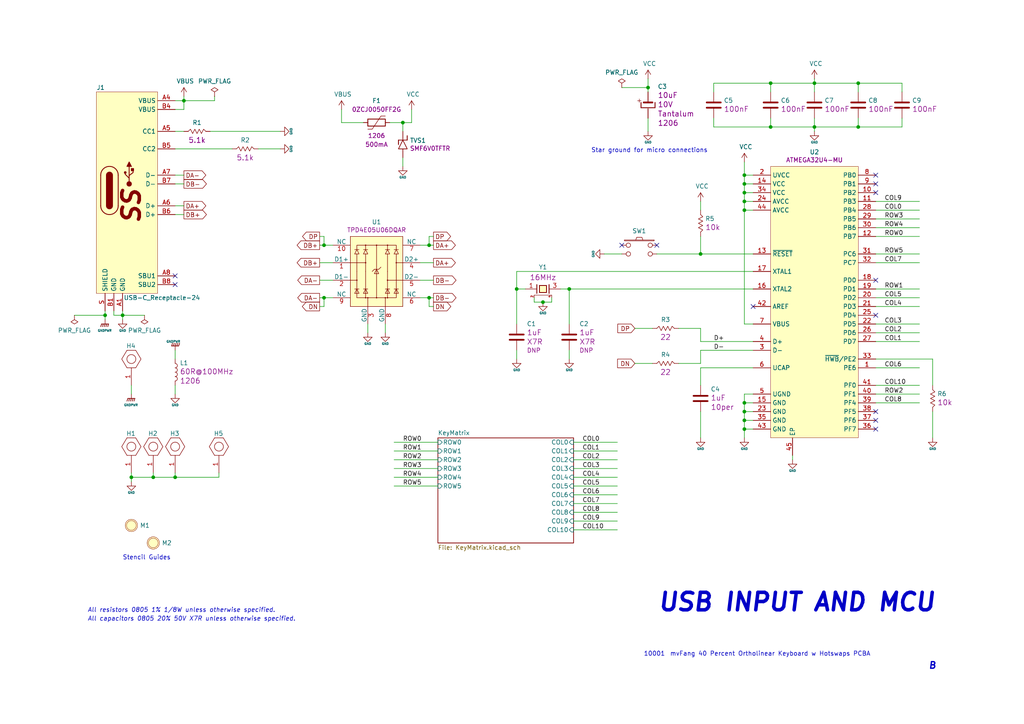
<source format=kicad_sch>
(kicad_sch (version 20211123) (generator eeschema)
  (paper "A4")
  (lib_symbols
    (symbol "master-vampire:C" (pin_numbers hide)
      (property "Reference" "C" (at 3.81 2.54 0))
      (property "Capacitance" "1uF" (at 6.35 0 0))
      (property "MV PN" "DNP" (at 6.35 -2.54 0))
      (symbol "C_1_1"
        (pin passive line (at 0 3.81 270) (length 2.794) (name "~") (number "1"))
        (pin passive line (at 0 -3.81 90) (length 2.794) (name "~") (number "2"))
      )
    )
    (symbol "master-vampire:M_StencilGuide"
      (property "Reference" "M" (at 0 3.175 0))
    )
    (symbol "master-vampire:USB-C_Receptacle-24"
      (property "Reference" "J" (at 7.62 -30.48 0))
      (property "Value" "USB-C_Receptacle-24" (at 0 30.48 0))
      (symbol "USB-C_Receptacle-24_0_0"
        (text "SS" (at 1.27 -3.81 900) (effects (font (size 5.08 5.08) bold italic)))
      )
      (symbol "USB-C_Receptacle-24_1_1"
        (pin power_in line (at -1.27 -34.29 90) (length 5.08) (name "GND") (number "A1"))
        (pin power_in line (at 13.97 26.67 180) (length 5.08) (name "VBUS") (number "A4"))
        (pin bidirectional line (at 13.97 17.78 180) (length 5.08) (name "CC1") (number "A5"))
        (pin bidirectional line (at 13.97 -3.81 180) (length 5.08) (name "D+") (number "A6"))
        (pin bidirectional line (at 13.97 5.08 180) (length 5.08) (name "D-") (number "A7"))
        (pin bidirectional line (at 13.97 -24.13 180) (length 5.08) (name "SBU1") (number "A8"))
        (pin power_in line (at -3.81 -34.29 90) (length 5.08) (name "GND") (number "B1"))
        (pin power_in line (at 13.97 24.13 180) (length 5.08) (name "VBUS") (number "B4"))
        (pin bidirectional line (at 13.97 12.7 180) (length 5.08) (name "CC2") (number "B5"))
        (pin bidirectional line (at 13.97 -6.35 180) (length 5.08) (name "D+") (number "B6"))
        (pin bidirectional line (at 13.97 2.54 180) (length 5.08) (name "D-") (number "B7"))
        (pin bidirectional line (at 13.97 -26.67 180) (length 5.08) (name "SBU2") (number "B8"))
        (pin bidirectional line (at -6.35 -34.29 90) (length 5.08) (name "SHIELD") (number "S"))
      )
    )
    (symbol "master-vampire_General:C" (pin_numbers hide)
      (property "Reference" "C" (at 3.81 2.54 0))
      (property "Capacitance" "1uF" (at 6.35 0 0))
      (symbol "C_1_1"
        (pin passive line (at 0 3.81 270) (length 2.794) (name "~") (number "1"))
        (pin passive line (at 0 -3.81 90) (length 2.794) (name "~") (number "2"))
      )
    )
    (symbol "master-vampire_General:CP_tantalum" (pin_numbers hide)
      (property "Reference" "C" (at 3.81 2.54 0))
      (property "Capacitance" "1uF" (at 6.35 0 0))
      (symbol "CP_tantalum_1_1"
        (pin passive line (at 0 3.81 270) (length 2.794) (name "~") (number "1"))
        (pin passive line (at 0 -3.81 90) (length 2.794) (name "~") (number "2"))
      )
    )
    (symbol "master-vampire_General:F" (pin_numbers hide) (pin_names (offset 0))
      (property "Reference" "F" (at 0 2.032 0))
      (property "MPN" "DNP" (at 0 0 90))
      (property "Hold Current" "500mA" (at 0 -3.175 0))
      (symbol "F_1_1"
        (pin passive line (at -3.81 0 0) (length 1.27) (name "~") (number "1"))
        (pin passive line (at 3.81 0 180) (length 1.27) (name "~") (number "2"))
      )
    )
    (symbol "master-vampire_General:H_MountingHole_Screw_withPin"
      (property "Reference" "H" (at 0.254 4.572 0))
      (property "Value" "master-vampire_General_H_MountingHole_Screw_withPin" (at -0.508 -5.08 0))
      (symbol "H_MountingHole_Screw_withPin_1_1"
        (pin input line (at -7.62 0 0) (length 5.08) (name "~") (number "1"))
      )
    )
    (symbol "master-vampire_General:L" (pin_numbers hide) (pin_names (offset 1.016) hide)
      (property "Reference" "L" (at 0 2.54 0))
      (property "Inductance" "1uH" (at -2.54 -2.54 0))
      (symbol "L_1_1"
        (pin passive line (at -3.81 0 0) (length 1.27) (name "1") (number "1"))
        (pin passive line (at 3.81 0 180) (length 1.27) (name "2") (number "2"))
      )
    )
    (symbol "master-vampire_General:R" (pin_numbers hide) (pin_names (offset 0))
      (property "Reference" "R" (at 0 2.54 0))
      (property "Resistance" "10k" (at 0 -2.54 0))
      (symbol "R_1_1"
        (pin passive line (at 3.81 0 180) (length 1.27) (name "~") (number "1"))
        (pin passive line (at -3.81 0 0) (length 1.27) (name "~") (number "2"))
      )
    )
    (symbol "master-vampire_General:SW_NO_4-Pin" (pin_numbers hide) (pin_names hide)
      (property "Reference" "SW" (at 3.81 2.794 0))
      (symbol "SW_NO_4-Pin_0_1"
        (pin bidirectional inverted (at -5.08 0 0) (length 2.54) (name "in") (number "1"))
        (pin bidirectional inverted (at -5.08 -2.54 0) (length 2.54) (name "in") (number "2"))
        (pin bidirectional inverted (at 5.08 0 180) (length 2.54) (name "out") (number "3"))
        (pin bidirectional inverted (at 5.08 -2.54 180) (length 2.54) (name "out") (number "4"))
      )
    )
    (symbol "master-vampire_General:TVS_Unidirectional" (pin_numbers hide) (pin_names hide)
      (property "Reference" "TVS" (at 0 3.81 0))
      (property "MPN" "DNP" (at 6.35 11.43 0))
      (symbol "TVS_Unidirectional_1_1"
        (pin passive line (at 3.81 0 180) (length 2.54) (name "A") (number "A"))
        (pin passive line (at -3.81 0 0) (length 2.54) (name "K") (number "K"))
      )
    )
    (symbol "master-vampire_General:U_ATmega32u4-MU"
      (property "Reference" "U" (at -11.43 41.91 0))
      (property "MPN" "ATMEGA32U4-MU" (at 3.81 -39.37 0))
      (symbol "U_ATmega32u4-MU_0_0"
        (pin bidirectional line (at 17.78 -22.86 180) (length 5.08) (name "PF0") (number "41"))
      )
      (symbol "U_ATmega32u4-MU_1_1"
        (pin bidirectional line (at 17.78 -17.78 180) (length 5.08) (name "PE6") (number "1"))
        (pin bidirectional line (at 17.78 33.02 180) (length 5.08) (name "PB2") (number "10"))
        (pin bidirectional line (at 17.78 30.48 180) (length 5.08) (name "PB3") (number "11"))
        (pin bidirectional line (at 17.78 20.32 180) (length 5.08) (name "PB7") (number "12"))
        (pin input line (at -17.78 15.24 0) (length 5.08) (name "~{RESET}") (number "13"))
        (pin power_in line (at -17.78 35.56 0) (length 5.08) (name "VCC") (number "14"))
        (pin power_in line (at -17.78 -27.94 0) (length 5.08) (name "GND") (number "15"))
        (pin bidirectional line (at -17.78 5.08 0) (length 5.08) (name "XTAL2") (number "16"))
        (pin bidirectional line (at -17.78 10.16 0) (length 5.08) (name "XTAL1") (number "17"))
        (pin bidirectional line (at 17.78 7.62 180) (length 5.08) (name "PD0") (number "18"))
        (pin bidirectional line (at 17.78 5.08 180) (length 5.08) (name "PD1") (number "19"))
        (pin power_in line (at -17.78 38.1 0) (length 5.08) (name "UVCC") (number "2"))
        (pin bidirectional line (at 17.78 2.54 180) (length 5.08) (name "PD2") (number "20"))
        (pin bidirectional line (at 17.78 0 180) (length 5.08) (name "PD3") (number "21"))
        (pin bidirectional line (at 17.78 -5.08 180) (length 5.08) (name "PD5") (number "22"))
        (pin power_in line (at -17.78 -30.48 0) (length 5.08) (name "GND") (number "23"))
        (pin power_in line (at -17.78 30.48 0) (length 5.08) (name "AVCC") (number "24"))
        (pin bidirectional line (at 17.78 -2.54 180) (length 5.08) (name "PD4") (number "25"))
        (pin bidirectional line (at 17.78 -7.62 180) (length 5.08) (name "PD6") (number "26"))
        (pin bidirectional line (at 17.78 -10.16 180) (length 5.08) (name "PD7") (number "27"))
        (pin bidirectional line (at 17.78 27.94 180) (length 5.08) (name "PB4") (number "28"))
        (pin bidirectional line (at 17.78 25.4 180) (length 5.08) (name "PB5") (number "29"))
        (pin bidirectional line (at -17.78 -12.7 0) (length 5.08) (name "D-") (number "3"))
        (pin bidirectional line (at 17.78 22.86 180) (length 5.08) (name "PB6") (number "30"))
        (pin bidirectional line (at 17.78 15.24 180) (length 5.08) (name "PC6") (number "31"))
        (pin bidirectional line (at 17.78 12.7 180) (length 5.08) (name "PC7") (number "32"))
        (pin bidirectional line (at 17.78 -15.24 180) (length 5.08) (name "~{HWB}/PE2") (number "33"))
        (pin power_in line (at -17.78 33.02 0) (length 5.08) (name "VCC") (number "34"))
        (pin power_in line (at -17.78 -33.02 0) (length 5.08) (name "GND") (number "35"))
        (pin bidirectional line (at 17.78 -35.56 180) (length 5.08) (name "PF7") (number "36"))
        (pin bidirectional line (at 17.78 -33.02 180) (length 5.08) (name "PF6") (number "37"))
        (pin bidirectional line (at 17.78 -30.48 180) (length 5.08) (name "PF5") (number "38"))
        (pin bidirectional line (at 17.78 -27.94 180) (length 5.08) (name "PF4") (number "39"))
        (pin bidirectional line (at -17.78 -10.16 0) (length 5.08) (name "D+") (number "4"))
        (pin bidirectional line (at 17.78 -25.4 180) (length 5.08) (name "PF1") (number "40"))
        (pin input line (at -17.78 0 0) (length 5.08) (name "AREF") (number "42"))
        (pin power_in line (at -17.78 -35.56 0) (length 5.08) (name "GND") (number "43"))
        (pin input line (at -17.78 27.94 0) (length 5.08) (name "AVCC") (number "44"))
        (pin power_in line (at -6.35 -43.18 90) (length 5.08) (name "EP") (number "45"))
        (pin power_in line (at -17.78 -25.4 0) (length 5.08) (name "UGND") (number "5"))
        (pin power_in line (at -17.78 -17.78 0) (length 5.08) (name "UCAP") (number "6"))
        (pin power_in line (at -17.78 -5.08 0) (length 5.08) (name "VBUS") (number "7"))
        (pin bidirectional line (at 17.78 38.1 180) (length 5.08) (name "PB0") (number "8"))
        (pin bidirectional line (at 17.78 35.56 180) (length 5.08) (name "PB1") (number "9"))
      )
    )
    (symbol "master-vampire_General:U_TPD4E05U06DQAR" (pin_names (offset 0))
      (property "Reference" "U" (at 0 13.97 0))
      (property "MPN" "TPD4E05U06DQAR" (at 0 11.43 0))
      (symbol "U_TPD4E05U06DQAR_1_1"
        (pin bidirectional line (at -12.7 2.54 0) (length 5.08) (name "D1+") (number "1"))
        (pin bidirectional line (at -12.7 7.62 0) (length 5.08) (name "NC") (number "10"))
        (pin bidirectional line (at -12.7 -2.54 0) (length 5.08) (name "D1-") (number "2"))
        (pin power_in line (at -2.54 -15.24 90) (length 5.08) (name "GND") (number "3"))
        (pin bidirectional line (at 12.7 2.54 180) (length 5.08) (name "D2+") (number "4"))
        (pin bidirectional line (at 12.7 -2.54 180) (length 5.08) (name "D2-") (number "5"))
        (pin bidirectional line (at 12.7 -7.62 180) (length 5.08) (name "NC") (number "6"))
        (pin bidirectional line (at 12.7 7.62 180) (length 5.08) (name "NC") (number "7"))
        (pin power_in line (at 2.54 -15.24 90) (length 5.08) (name "GND") (number "8"))
        (pin bidirectional line (at -12.7 -7.62 0) (length 5.08) (name "NC") (number "9"))
      )
    )
    (symbol "master-vampire_General:XTAL_4Lead" (pin_names hide)
      (property "Reference" "Y" (at 0.254 5.842 0))
      (property "Frequency" "32MHz" (at 0.508 3.048 0))
      (symbol "XTAL_4Lead_1_1"
        (pin bidirectional line (at -5.08 0 0) (length 3.302) (name "1") (number "1"))
        (pin power_in line (at -2.54 -2.54 90) (length 0.762) (name "case") (number "2"))
        (pin bidirectional line (at 5.08 0 180) (length 3.302) (name "3") (number "3"))
        (pin power_in line (at 2.54 -2.54 90) (length 0.762) (name "case") (number "4"))
      )
    )
    (symbol "power:GND" (power) (pin_names (offset 0))
      (property "Value" "GND" (at 0 -3.81 0))
      (symbol "GND_1_1"
        (pin power_in line (at 0 0 270) (length 0) hide (name "GND") (number "1"))
      )
    )
    (symbol "power:GNDPWR" (power) (pin_names (offset 0))
      (property "Value" "GNDPWR" (at 0 -3.302 0))
      (symbol "GNDPWR_1_1"
        (pin power_in line (at 0 0 270) (length 0) hide (name "GNDPWR") (number "1"))
      )
    )
    (symbol "power:PWR_FLAG" (power) (pin_numbers hide) (pin_names (offset 0) hide)
      (property "Value" "PWR_FLAG" (at 0 3.81 0))
      (symbol "PWR_FLAG_0_0"
        (pin power_out line (at 0 0 90) (length 0) (name "pwr") (number "1"))
      )
    )
    (symbol "power:VBUS" (power) (pin_names (offset 0))
      (property "Value" "VBUS" (at 0 3.81 0))
      (symbol "VBUS_1_1"
        (pin power_in line (at 0 0 90) (length 0) hide (name "VBUS") (number "1"))
      )
    )
    (symbol "power:VCC" (power) (pin_names (offset 0))
      (property "Value" "VCC" (at 0 3.81 0))
      (symbol "VCC_1_1"
        (pin power_in line (at 0 0 90) (length 0) hide (name "VCC") (number "1"))
      )
    )
  )
  (junction (at 187.96 25.4))
  (junction (at 165.1 83.82))
  (junction (at 248.92 24.13))
  (junction (at 30.48 91.44))
  (junction (at 93.98 86.36))
  (junction (at 35.56 91.44))
  (junction (at 38.1 138.43))
  (junction (at 157.48 87.63))
  (junction (at 215.9 124.46))
  (junction (at 215.9 53.34))
  (junction (at 236.22 24.13))
  (junction (at 53.34 29.21))
  (junction (at 124.46 86.36))
  (junction (at 215.9 60.96))
  (junction (at 248.92 36.83))
  (junction (at 124.46 71.12))
  (junction (at 215.9 119.38))
  (junction (at 44.45 138.43))
  (junction (at 149.86 83.82))
  (junction (at 116.84 35.56))
  (junction (at 93.98 71.12))
  (junction (at 50.8 138.43))
  (junction (at 215.9 116.84))
  (junction (at 215.9 58.42))
  (junction (at 223.52 36.83))
  (junction (at 215.9 50.8))
  (junction (at 215.9 55.88))
  (junction (at 236.22 36.83))
  (junction (at 223.52 24.13))
  (junction (at 203.2 73.66))
  (junction (at 215.9 121.92))
  (no_connect (at 254 91.44))
  (no_connect (at 218.44 88.9))
  (no_connect (at 254 119.38))
  (no_connect (at 190.5 71.12))
  (no_connect (at 254 124.46))
  (no_connect (at 50.8 82.55))
  (no_connect (at 254 81.28))
  (no_connect (at 254 55.88))
  (no_connect (at 254 53.34))
  (no_connect (at 180.34 71.12))
  (no_connect (at 50.8 80.01))
  (no_connect (at 254 50.8))
  (no_connect (at 254 121.92))
  (wire (pts (xy 30.48 91.44) (xy 30.48 90.17)))
  (wire (pts (xy 179.07 133.35) (xy 166.37 133.35)))
  (wire (pts (xy 149.86 104.14) (xy 149.86 101.6)))
  (wire (pts (xy 218.44 58.42) (xy 215.9 58.42)))
  (wire (pts (xy 166.37 130.81) (xy 179.07 130.81)))
  (wire (pts (xy 218.44 119.38) (xy 215.9 119.38)))
  (wire (pts (xy 50.8 138.43) (xy 63.5 138.43)))
  (wire (pts (xy 93.98 86.36) (xy 92.71 86.36)))
  (wire (pts (xy 35.56 90.17) (xy 35.56 91.44)))
  (wire (pts (xy 254 76.2) (xy 266.7 76.2)))
  (wire (pts (xy 92.71 68.58) (xy 93.98 68.58)))
  (wire (pts (xy 116.84 35.56) (xy 113.03 35.56)))
  (wire (pts (xy 93.98 68.58) (xy 93.98 71.12)))
  (wire (pts (xy 116.84 48.26) (xy 116.84 45.72)))
  (wire (pts (xy 266.7 68.58) (xy 254 68.58)))
  (wire (pts (xy 215.9 124.46) (xy 215.9 127)))
  (wire (pts (xy 223.52 34.29) (xy 223.52 36.83)))
  (wire (pts (xy 114.3 130.81) (xy 127 130.81)))
  (wire (pts (xy 218.44 124.46) (xy 215.9 124.46)))
  (wire (pts (xy 187.96 26.67) (xy 187.96 25.4)))
  (wire (pts (xy 125.73 81.28) (xy 121.92 81.28)))
  (wire (pts (xy 165.1 104.14) (xy 165.1 101.6)))
  (wire (pts (xy 236.22 24.13) (xy 236.22 22.86)))
  (wire (pts (xy 21.59 91.44) (xy 30.48 91.44)))
  (wire (pts (xy 149.86 78.74) (xy 218.44 78.74)))
  (wire (pts (xy 127 133.35) (xy 114.3 133.35)))
  (wire (pts (xy 218.44 53.34) (xy 215.9 53.34)))
  (wire (pts (xy 93.98 88.9) (xy 93.98 86.36)))
  (wire (pts (xy 96.52 86.36) (xy 93.98 86.36)))
  (wire (pts (xy 38.1 137.16) (xy 38.1 138.43)))
  (wire (pts (xy 215.9 60.96) (xy 215.9 58.42)))
  (wire (pts (xy 106.68 96.52) (xy 106.68 93.98)))
  (wire (pts (xy 203.2 73.66) (xy 203.2 68.58)))
  (wire (pts (xy 53.34 38.1) (xy 50.8 38.1)))
  (wire (pts (xy 50.8 137.16) (xy 50.8 138.43)))
  (wire (pts (xy 215.9 119.38) (xy 215.9 121.92)))
  (wire (pts (xy 165.1 83.82) (xy 218.44 83.82)))
  (wire (pts (xy 149.86 78.74) (xy 149.86 83.82)))
  (wire (pts (xy 218.44 116.84) (xy 215.9 116.84)))
  (wire (pts (xy 154.94 87.63) (xy 157.48 87.63)))
  (wire (pts (xy 33.02 90.17) (xy 33.02 91.44)))
  (wire (pts (xy 124.46 88.9) (xy 124.46 86.36)))
  (wire (pts (xy 215.9 116.84) (xy 215.9 119.38)))
  (wire (pts (xy 166.37 135.89) (xy 179.07 135.89)))
  (wire (pts (xy 74.93 43.18) (xy 81.28 43.18)))
  (wire (pts (xy 160.02 86.36) (xy 160.02 87.63)))
  (wire (pts (xy 236.22 34.29) (xy 236.22 36.83)))
  (wire (pts (xy 162.56 83.82) (xy 165.1 83.82)))
  (wire (pts (xy 254 73.66) (xy 266.7 73.66)))
  (wire (pts (xy 207.01 26.67) (xy 207.01 24.13)))
  (wire (pts (xy 266.7 116.84) (xy 254 116.84)))
  (wire (pts (xy 218.44 106.68) (xy 203.2 106.68)))
  (wire (pts (xy 116.84 38.1) (xy 116.84 35.56)))
  (wire (pts (xy 266.7 114.3) (xy 254 114.3)))
  (wire (pts (xy 50.8 138.43) (xy 44.45 138.43)))
  (wire (pts (xy 121.92 86.36) (xy 124.46 86.36)))
  (wire (pts (xy 261.62 26.67) (xy 261.62 24.13)))
  (wire (pts (xy 218.44 73.66) (xy 203.2 73.66)))
  (wire (pts (xy 266.7 93.98) (xy 254 93.98)))
  (wire (pts (xy 203.2 99.06) (xy 203.2 95.25)))
  (wire (pts (xy 254 86.36) (xy 266.7 86.36)))
  (wire (pts (xy 203.2 95.25) (xy 196.85 95.25)))
  (wire (pts (xy 35.56 91.44) (xy 35.56 92.71)))
  (wire (pts (xy 266.7 88.9) (xy 254 88.9)))
  (wire (pts (xy 254 58.42) (xy 266.7 58.42)))
  (wire (pts (xy 92.71 88.9) (xy 93.98 88.9)))
  (wire (pts (xy 254 60.96) (xy 266.7 60.96)))
  (wire (pts (xy 93.98 71.12) (xy 96.52 71.12)))
  (wire (pts (xy 119.38 31.75) (xy 119.38 35.56)))
  (wire (pts (xy 44.45 137.16) (xy 44.45 138.43)))
  (wire (pts (xy 50.8 104.14) (xy 50.8 101.6)))
  (wire (pts (xy 215.9 114.3) (xy 215.9 116.84)))
  (wire (pts (xy 203.2 127) (xy 203.2 119.38)))
  (wire (pts (xy 111.76 93.98) (xy 111.76 96.52)))
  (wire (pts (xy 215.9 53.34) (xy 215.9 50.8)))
  (wire (pts (xy 124.46 68.58) (xy 124.46 71.12)))
  (wire (pts (xy 190.5 73.66) (xy 203.2 73.66)))
  (wire (pts (xy 229.87 133.35) (xy 229.87 132.08)))
  (wire (pts (xy 50.8 31.75) (xy 53.34 31.75)))
  (wire (pts (xy 127 138.43) (xy 114.3 138.43)))
  (wire (pts (xy 218.44 121.92) (xy 215.9 121.92)))
  (wire (pts (xy 44.45 138.43) (xy 38.1 138.43)))
  (wire (pts (xy 180.34 25.4) (xy 187.96 25.4)))
  (wire (pts (xy 207.01 24.13) (xy 223.52 24.13)))
  (wire (pts (xy 99.06 35.56) (xy 105.41 35.56)))
  (wire (pts (xy 248.92 26.67) (xy 248.92 24.13)))
  (wire (pts (xy 254 104.14) (xy 270.51 104.14)))
  (wire (pts (xy 218.44 60.96) (xy 215.9 60.96)))
  (wire (pts (xy 38.1 114.3) (xy 38.1 111.76)))
  (wire (pts (xy 215.9 60.96) (xy 215.9 93.98)))
  (wire (pts (xy 165.1 83.82) (xy 165.1 93.98)))
  (wire (pts (xy 149.86 83.82) (xy 149.86 93.98)))
  (wire (pts (xy 179.07 128.27) (xy 166.37 128.27)))
  (wire (pts (xy 203.2 58.42) (xy 203.2 60.96)))
  (wire (pts (xy 203.2 105.41) (xy 196.85 105.41)))
  (wire (pts (xy 180.34 73.66) (xy 175.26 73.66)))
  (wire (pts (xy 223.52 24.13) (xy 236.22 24.13)))
  (wire (pts (xy 261.62 34.29) (xy 261.62 36.83)))
  (wire (pts (xy 124.46 86.36) (xy 125.73 86.36)))
  (wire (pts (xy 270.51 119.38) (xy 270.51 127)))
  (wire (pts (xy 50.8 53.34) (xy 53.34 53.34)))
  (wire (pts (xy 266.7 111.76) (xy 254 111.76)))
  (wire (pts (xy 218.44 114.3) (xy 215.9 114.3)))
  (wire (pts (xy 50.8 50.8) (xy 53.34 50.8)))
  (wire (pts (xy 236.22 26.67) (xy 236.22 24.13)))
  (wire (pts (xy 50.8 111.76) (xy 50.8 114.3)))
  (wire (pts (xy 218.44 99.06) (xy 203.2 99.06)))
  (wire (pts (xy 121.92 76.2) (xy 125.73 76.2)))
  (wire (pts (xy 207.01 34.29) (xy 207.01 36.83)))
  (wire (pts (xy 254 99.06) (xy 266.7 99.06)))
  (wire (pts (xy 223.52 26.67) (xy 223.52 24.13)))
  (wire (pts (xy 96.52 76.2) (xy 92.71 76.2)))
  (wire (pts (xy 236.22 36.83) (xy 236.22 38.1)))
  (wire (pts (xy 187.96 38.1) (xy 187.96 34.29)))
  (wire (pts (xy 215.9 58.42) (xy 215.9 55.88)))
  (wire (pts (xy 92.71 71.12) (xy 93.98 71.12)))
  (wire (pts (xy 124.46 71.12) (xy 121.92 71.12)))
  (wire (pts (xy 160.02 87.63) (xy 157.48 87.63)))
  (wire (pts (xy 119.38 35.56) (xy 116.84 35.56)))
  (wire (pts (xy 63.5 137.16) (xy 63.5 138.43)))
  (wire (pts (xy 203.2 106.68) (xy 203.2 111.76)))
  (wire (pts (xy 248.92 36.83) (xy 236.22 36.83)))
  (wire (pts (xy 114.3 140.97) (xy 127 140.97)))
  (wire (pts (xy 166.37 146.05) (xy 179.07 146.05)))
  (wire (pts (xy 125.73 88.9) (xy 124.46 88.9)))
  (wire (pts (xy 254 96.52) (xy 266.7 96.52)))
  (wire (pts (xy 152.4 83.82) (xy 149.86 83.82)))
  (wire (pts (xy 125.73 71.12) (xy 124.46 71.12)))
  (wire (pts (xy 187.96 25.4) (xy 187.96 22.86)))
  (wire (pts (xy 215.9 55.88) (xy 215.9 53.34)))
  (wire (pts (xy 30.48 92.71) (xy 30.48 91.44)))
  (wire (pts (xy 53.34 62.23) (xy 50.8 62.23)))
  (wire (pts (xy 62.23 27.94) (xy 62.23 29.21)))
  (wire (pts (xy 261.62 24.13) (xy 248.92 24.13)))
  (wire (pts (xy 203.2 101.6) (xy 203.2 105.41)))
  (wire (pts (xy 114.3 135.89) (xy 127 135.89)))
  (wire (pts (xy 266.7 63.5) (xy 254 63.5)))
  (wire (pts (xy 99.06 31.75) (xy 99.06 35.56)))
  (wire (pts (xy 92.71 81.28) (xy 96.52 81.28)))
  (wire (pts (xy 179.07 148.59) (xy 166.37 148.59)))
  (wire (pts (xy 38.1 138.43) (xy 38.1 139.7)))
  (wire (pts (xy 215.9 93.98) (xy 218.44 93.98)))
  (wire (pts (xy 50.8 43.18) (xy 67.31 43.18)))
  (wire (pts (xy 248.92 34.29) (xy 248.92 36.83)))
  (wire (pts (xy 266.7 106.68) (xy 254 106.68)))
  (wire (pts (xy 50.8 59.69) (xy 53.34 59.69)))
  (wire (pts (xy 125.73 68.58) (xy 124.46 68.58)))
  (wire (pts (xy 60.96 38.1) (xy 81.28 38.1)))
  (wire (pts (xy 270.51 104.14) (xy 270.51 111.76)))
  (wire (pts (xy 248.92 24.13) (xy 236.22 24.13)))
  (wire (pts (xy 33.02 91.44) (xy 35.56 91.44)))
  (wire (pts (xy 53.34 29.21) (xy 53.34 27.94)))
  (wire (pts (xy 114.3 128.27) (xy 127 128.27)))
  (wire (pts (xy 41.91 91.44) (xy 35.56 91.44)))
  (wire (pts (xy 179.07 151.13) (xy 166.37 151.13)))
  (wire (pts (xy 179.07 143.51) (xy 166.37 143.51)))
  (wire (pts (xy 179.07 138.43) (xy 166.37 138.43)))
  (wire (pts (xy 261.62 36.83) (xy 248.92 36.83)))
  (wire (pts (xy 207.01 36.83) (xy 223.52 36.83)))
  (wire (pts (xy 218.44 55.88) (xy 215.9 55.88)))
  (wire (pts (xy 189.23 105.41) (xy 184.15 105.41)))
  (wire (pts (xy 50.8 29.21) (xy 53.34 29.21)))
  (wire (pts (xy 254 66.04) (xy 266.7 66.04)))
  (wire (pts (xy 223.52 36.83) (xy 236.22 36.83)))
  (wire (pts (xy 53.34 31.75) (xy 53.34 29.21)))
  (wire (pts (xy 184.15 95.25) (xy 189.23 95.25)))
  (wire (pts (xy 266.7 83.82) (xy 254 83.82)))
  (wire (pts (xy 179.07 153.67) (xy 166.37 153.67)))
  (wire (pts (xy 154.94 86.36) (xy 154.94 87.63)))
  (wire (pts (xy 215.9 121.92) (xy 215.9 124.46)))
  (wire (pts (xy 166.37 140.97) (xy 179.07 140.97)))
  (wire (pts (xy 215.9 46.99) (xy 215.9 50.8)))
  (wire (pts (xy 215.9 50.8) (xy 218.44 50.8)))
  (wire (pts (xy 62.23 29.21) (xy 53.34 29.21)))
  (wire (pts (xy 203.2 101.6) (xy 218.44 101.6)))
  (text "10001" (at 186.69 190.5 0) (effects (font (size 1.27 1.27)) (justify left bottom)))
  (text "All resistors 0805 1% 1/8W unless otherwise specified." (at 25.4 177.8 0) (effects (font (size 1.27 1.27) italic) (justify left bottom)))
  (text "All capacitors 0805 20% 50V X7R unless otherwise specified." (at 25.4 180.34 0) (effects (font (size 1.27 1.27) italic) (justify left bottom)))
  (text "USB INPUT AND MCU" (at 190.5 177.8 0) (effects (font (size 5.08 5.08) (thickness 1.016) bold italic) (justify left bottom)))
  (text "B" (at 269.24 194.31 0) (effects (font (size 1.905 1.905) (thickness 0.381) bold italic) (justify left bottom)))
  (text "mvFang 40 Percent Ortholinear Keyboard w Hotswaps PCBA" (at 194.31 190.5 0) (effects (font (size 1.27 1.27)) (justify left bottom)))
  (text "Star ground for micro connections" (at 171.45 44.45 0) (effects (font (size 1.27 1.27)) (justify left bottom)))
  (text "Stencil Guides" (at 35.56 162.56 0) (effects (font (size 1.27 1.27)) (justify left bottom)))
  (label "COL10" (at 168.91 153.67 0))
  (label "ROW4" (at 116.84 138.43 0))
  (label "ROW0" (at 256.54 68.58 0))
  (label "COL8" (at 168.91 148.59 0))
  (label "ROW2" (at 256.54 114.3 0))
  (label "ROW5" (at 116.84 140.97 0))
  (label "ROW1" (at 256.54 83.82 0))
  (label "COL5" (at 168.91 140.97 0))
  (label "ROW1" (at 116.84 130.81 0))
  (label "COL1" (at 168.91 130.81 0))
  (label "ROW2" (at 116.84 133.35 0))
  (label "COL1" (at 256.54 99.06 0))
  (label "ROW3" (at 116.84 135.89 0))
  (label "COL6" (at 168.91 143.51 0))
  (label "ROW5" (at 256.54 73.66 0))
  (label "D-" (at 207.01 101.6 0))
  (label "COL3" (at 256.54 93.98 0))
  (label "COL3" (at 168.91 135.89 0))
  (label "COL8" (at 256.54 116.84 0))
  (label "COL7" (at 256.54 76.2 0))
  (label "COL0" (at 256.54 60.96 0))
  (label "COL7" (at 168.91 146.05 0))
  (label "COL9" (at 168.91 151.13 0))
  (label "COL4" (at 256.54 88.9 0))
  (label "COL4" (at 168.91 138.43 0))
  (label "COL0" (at 168.91 128.27 0))
  (label "COL9" (at 256.54 58.42 0))
  (label "COL2" (at 256.54 96.52 0))
  (label "ROW4" (at 256.54 66.04 0))
  (label "ROW0" (at 116.84 128.27 0))
  (label "COL10" (at 256.54 111.76 0))
  (label "ROW3" (at 256.54 63.5 0))
  (label "COL6" (at 256.54 106.68 0))
  (label "COL2" (at 168.91 133.35 0))
  (label "COL5" (at 256.54 86.36 0))
  (label "D+" (at 207.01 99.06 0))
  (global_label "DP" (shape output) (at 125.73 68.58 0) (property "Intersheet References" "${INTERSHEET_REFS}" (effects hide)))
  (global_label "DA+" (shape output) (at 53.34 59.69 0) (property "Intersheet References" "${INTERSHEET_REFS}" (effects hide)))
  (global_label "DP" (shape output) (at 92.71 68.58 180) (property "Intersheet References" "${INTERSHEET_REFS}" (effects hide)))
  (global_label "DB-" (shape output) (at 53.34 53.34 0) (property "Intersheet References" "${INTERSHEET_REFS}" (effects hide)))
  (global_label "DA-" (shape output) (at 53.34 50.8 0) (property "Intersheet References" "${INTERSHEET_REFS}" (effects hide)))
  (global_label "DB-" (shape output) (at 125.73 81.28 0) (property "Intersheet References" "${INTERSHEET_REFS}" (effects hide)))
  (global_label "DN" (shape output) (at 125.73 88.9 0) (property "Intersheet References" "${INTERSHEET_REFS}" (effects hide)))
  (global_label "DA-" (shape output) (at 92.71 86.36 180) (property "Intersheet References" "${INTERSHEET_REFS}" (effects hide)))
  (global_label "DB+" (shape output) (at 92.71 76.2 180) (property "Intersheet References" "${INTERSHEET_REFS}" (effects hide)))
  (global_label "DB-" (shape output) (at 125.73 86.36 0) (property "Intersheet References" "${INTERSHEET_REFS}" (effects hide)))
  (global_label "DN" (shape input) (at 184.15 105.41 180) (property "Intersheet References" "${INTERSHEET_REFS}" (effects hide)))
  (global_label "DN" (shape output) (at 92.71 88.9 180) (property "Intersheet References" "${INTERSHEET_REFS}" (effects hide)))
  (global_label "DA-" (shape output) (at 92.71 81.28 180) (property "Intersheet References" "${INTERSHEET_REFS}" (effects hide)))
  (global_label "DA+" (shape output) (at 125.73 76.2 0) (property "Intersheet References" "${INTERSHEET_REFS}" (effects hide)))
  (global_label "DP" (shape input) (at 184.15 95.25 180) (property "Intersheet References" "${INTERSHEET_REFS}" (effects hide)))
  (global_label "DB+" (shape output) (at 92.71 71.12 180) (property "Intersheet References" "${INTERSHEET_REFS}" (effects hide)))
  (global_label "DB+" (shape output) (at 53.34 62.23 0) (property "Intersheet References" "${INTERSHEET_REFS}" (effects hide)))
  (global_label "DA+" (shape output) (at 125.73 71.12 0) (property "Intersheet References" "${INTERSHEET_REFS}" (effects hide)))
  (symbol (lib_id "master-vampire:USB-C_Receptacle-24") (at 36.83 55.88 0) (unit 1)
    (property "Reference" "J1" (at 29.21 25.4 0))
    (property "Value" "USB-C_Receptacle-24" (at 46.99 86.36 0))
    (property "Footprint" "ortho-40percent:USB-C_Amphenol_12401598E4" (effects hide))
    (property "Manufacturer" "DNP" (effects hide))
    (property "MPN" "DNP" (effects hide))
    (property "Supplier" "DNP" (effects hide))
    (property "Supplier PN" "DNP" (effects hide))
    (property "Package" "DNP" (effects hide))
    (property "MV PN" "20006-A" (effects hide))
  )
  (symbol (lib_id "master-vampire_General:R") (at 57.15 38.1 0) (unit 1)
    (property "Reference" "R1" (at 57.15 35.56 0))
    (property "Value" "R" (effects hide))
    (property "Footprint" "ortho-40percent:R_0805" (effects hide))
    (property "Resistance" "5.1k" (at 57.15 40.64 0) (effects (font (size 1.524 1.524))))
    (property "Power" "1/8W" (effects hide))
    (property "Package" "0805" (effects hide))
    (property "Tolerance" "1per" (effects hide))
    (property "MPN" "ERJ-6ENF5101V" (effects hide))
    (property "Manufacturer" "Panasonic Electronic Components" (effects hide))
    (property "Supplier" "DigiKey" (effects hide))
    (property "Supplier PN" "P5.10KCCT-ND" (effects hide))
    (property "MV PN" "20008-A" (effects hide))
  )
  (symbol (lib_id "master-vampire_General:R") (at 71.12 43.18 0) (unit 1)
    (property "Reference" "R2" (at 71.12 40.64 0))
    (property "Value" "R" (effects hide))
    (property "Footprint" "ortho-40percent:R_0805" (effects hide))
    (property "Resistance" "5.1k" (at 71.12 45.72 0) (effects (font (size 1.524 1.524))))
    (property "Power" "1/8W" (effects hide))
    (property "Package" "0805" (effects hide))
    (property "Tolerance" "1per" (effects hide))
    (property "MPN" "ERJ-6ENF5101V" (effects hide))
    (property "Manufacturer" "Panasonic Electronic Components" (effects hide))
    (property "Supplier" "DigiKey" (effects hide))
    (property "Supplier PN" "P5.10KCCT-ND" (effects hide))
    (property "MV PN" "20008-A" (effects hide))
  )
  (symbol (lib_id "power:VBUS") (at 53.34 27.94 0) (unit 1)
    (property "Reference" "#PWR05" (effects hide))
    (property "Value" "VBUS" (at 53.721 23.5458 0))
  )
  (symbol (lib_id "power:GNDPWR") (at 50.8 101.6 180) (unit 1)
    (property "Reference" "#PWR01" (effects hide))
    (property "Value" "GNDPWR" (at 48.26 99.06 0) (effects (font (size 0.635 0.635)) (justify right)))
  )
  (symbol (lib_id "power:GND") (at 50.8 114.3 0) (unit 1)
    (property "Reference" "#PWR02" (effects hide))
    (property "Value" "GND" (at 50.8 117.475 0) (effects (font (size 0.635 0.635))))
  )
  (symbol (lib_id "master-vampire_General:L") (at 50.8 107.95 270) (unit 1)
    (property "Reference" "L1" (at 52.1462 105.2576 90) (effects (justify left)))
    (property "Value" "L" (effects hide))
    (property "Footprint" "ortho-40percent:L_1206" (effects hide))
    (property "Inductance" "60R@100MHz" (at 52.1462 107.7722 90) (effects (font (size 1.524 1.524)) (justify left)))
    (property "Package" "1206" (at 52.1462 110.4646 90) (effects (font (size 1.524 1.524)) (justify left)))
    (property "Current Rating" "4A" (effects hide))
    (property "DC Resistance" "10mOhm" (effects hide))
    (property "Tolerance" "20per" (effects hide))
    (property "MPN" "FBMJ3216HM600-T" (effects hide))
    (property "Manufacturer" "Taiyo Yuden" (effects hide))
    (property "Supplier" "DigiKey" (effects hide))
    (property "Supplier PN" "587-1770-1-ND" (effects hide))
    (property "MV PN" "20007-A" (effects hide))
  )
  (symbol (lib_id "power:PWR_FLAG") (at 62.23 27.94 0) (unit 1)
    (property "Reference" "#FLG01" (effects hide))
    (property "Value" "PWR_FLAG" (at 62.23 23.5458 0))
  )
  (symbol (lib_id "master-vampire_General:U_TPD4E05U06DQAR") (at 109.22 78.74 0) (unit 1)
    (property "Reference" "U1" (at 109.22 64.389 0))
    (property "Value" "U_TPD4E05U06DQAR" (effects hide))
    (property "Footprint" "ortho-40percent:UFDFN-10" (effects hide))
    (property "Manufacturer" "Texas Instruments" (effects hide))
    (property "MPN" "TPD4E05U06DQAR" (at 109.22 66.7004 0))
    (property "Supplier" "DNP" (effects hide))
    (property "Supplier PN" "DNP" (effects hide))
    (property "Package" "UFDFN-10" (effects hide))
    (property "MV PN" "20013-A" (effects hide))
  )
  (symbol (lib_id "master-vampire_General:F") (at 109.22 35.56 0) (unit 1)
    (property "Reference" "F1" (at 109.22 29.21 0))
    (property "Value" "F" (effects hide))
    (property "Footprint" "ortho-40percent:F_1206" (effects hide))
    (property "Manufacturer" "Bel Fuse Inc." (effects hide))
    (property "MPN" "0ZCJ0050FF2G" (at 109.22 31.75 0))
    (property "Supplier" "DigiKey" (effects hide))
    (property "Supplier PN" "507-1802-1-ND" (effects hide))
    (property "Package" "1206" (at 109.22 39.37 0))
    (property "Hold Current" "500mA" (at 109.22 41.91 0))
    (property "MV PN" "20005-A" (effects hide))
  )
  (symbol (lib_id "power:GND") (at 215.9 127 0) (unit 1)
    (property "Reference" "#PWR021" (effects hide))
    (property "Value" "GND" (at 215.9 130.175 0) (effects (font (size 0.635 0.635))))
  )
  (symbol (lib_id "power:VCC") (at 203.2 58.42 0) (unit 1)
    (property "Reference" "#PWR019" (effects hide))
    (property "Value" "VCC" (at 203.6318 54.0258 0))
  )
  (symbol (lib_id "master-vampire_General:C") (at 203.2 115.57 0) (unit 1)
    (property "Reference" "C4" (at 206.121 112.8776 0) (effects (justify left)))
    (property "Value" "C" (effects hide))
    (property "Footprint" "ortho-40percent:C_0805" (effects hide))
    (property "Capacitance" "1uF" (at 206.121 115.3922 0) (effects (font (size 1.524 1.524)) (justify left)))
    (property "Voltage Rating" "50V" (effects hide))
    (property "TempCo" "X7R" (effects hide))
    (property "Tolerance" "10per" (at 206.121 118.0846 0) (effects (font (size 1.524 1.524)) (justify left)))
    (property "Package" "0805" (effects hide))
    (property "MPN" "CL21B105KBFNNNG" (effects hide))
    (property "Manufacturer" "Samsung Electro-Mechanics" (effects hide))
    (property "Supplier" "DigiKey" (effects hide))
    (property "Supplier PN" "1276-6470-1-ND" (effects hide))
    (property "MV PN" "20002-A" (effects hide))
  )
  (symbol (lib_id "master-vampire_General:R") (at 193.04 105.41 0) (unit 1)
    (property "Reference" "R4" (at 193.04 102.87 0))
    (property "Value" "R" (effects hide))
    (property "Footprint" "ortho-40percent:R_0805" (effects hide))
    (property "Resistance" "22" (at 193.04 107.95 0) (effects (font (size 1.524 1.524))))
    (property "Power" "1/8W" (effects hide))
    (property "Package" "0805" (effects hide))
    (property "Tolerance" "1per" (effects hide))
    (property "MPN" "RC0805FR-0722RL" (effects hide))
    (property "Manufacturer" "Yageo" (effects hide))
    (property "Supplier" "Digikey" (effects hide))
    (property "Supplier PN" "311-22.0CRCT-ND" (effects hide))
    (property "MV PN" "20009-A" (effects hide))
  )
  (symbol (lib_id "master-vampire_General:SW_NO_4-Pin") (at 185.42 71.12 0) (unit 1)
    (property "Reference" "SW1" (at 185.42 66.9798 0))
    (property "Value" "SW_NO_4-Pin" (effects hide))
    (property "Footprint" "ortho-40percent:SW_C+K_4-SMD-Gullwing_5.2x5.2mm_H1.6mm" (effects hide))
    (property "Supplier" "DigiKey" (effects hide))
    (property "Supplier PN" "CKN10361CT-ND" (effects hide))
    (property "MPN" "RS-187R05A2-DS MT RT" (effects hide))
    (property "Manufacturer" "C&K" (effects hide))
    (property "Package" "Surface Mount" (effects hide))
    (property "MV PN" "20011-A" (effects hide))
  )
  (symbol (lib_id "power:VBUS") (at 99.06 31.75 0) (unit 1)
    (property "Reference" "#PWR08" (effects hide))
    (property "Value" "VBUS" (at 99.441 27.3558 0))
  )
  (symbol (lib_id "power:VCC") (at 119.38 31.75 0) (unit 1)
    (property "Reference" "#PWR012" (effects hide))
    (property "Value" "VCC" (at 119.8118 27.3558 0))
  )
  (symbol (lib_id "power:GND") (at 157.48 87.63 0) (unit 1)
    (property "Reference" "#PWR014" (effects hide))
    (property "Value" "GND" (at 157.48 90.805 0) (effects (font (size 0.635 0.635))))
  )
  (symbol (lib_id "master-vampire_General:R") (at 193.04 95.25 0) (unit 1)
    (property "Reference" "R3" (at 193.04 92.71 0))
    (property "Value" "R" (effects hide))
    (property "Footprint" "ortho-40percent:R_0805" (effects hide))
    (property "Resistance" "22" (at 193.04 97.79 0) (effects (font (size 1.524 1.524))))
    (property "Power" "1/8W" (effects hide))
    (property "Package" "0805" (effects hide))
    (property "Tolerance" "1per" (effects hide))
    (property "MPN" "RC0805FR-0722RL" (effects hide))
    (property "Manufacturer" "Yageo" (effects hide))
    (property "Supplier" "Digikey" (effects hide))
    (property "Supplier PN" "311-22.0CRCT-ND" (effects hide))
    (property "MV PN" "20009-A" (effects hide))
  )
  (symbol (lib_id "power:GND") (at 149.86 104.14 0) (unit 1)
    (property "Reference" "#PWR013" (effects hide))
    (property "Value" "GND" (at 149.86 107.315 0) (effects (font (size 0.635 0.635))))
  )
  (symbol (lib_id "power:GND") (at 165.1 104.14 0) (unit 1)
    (property "Reference" "#PWR015" (effects hide))
    (property "Value" "GND" (at 165.1 107.315 0) (effects (font (size 0.635 0.635))))
  )
  (symbol (lib_id "master-vampire_General:R") (at 270.51 115.57 270) (unit 1)
    (property "Reference" "R6" (at 271.8562 114.2238 90) (effects (justify left)))
    (property "Value" "R" (effects hide))
    (property "Footprint" "ortho-40percent:R_0805" (effects hide))
    (property "Resistance" "10k" (at 271.8562 116.7384 90) (effects (font (size 1.524 1.524)) (justify left)))
    (property "Power" "1/8W" (effects hide))
    (property "Package" "0805" (effects hide))
    (property "Tolerance" "1per" (effects hide))
    (property "MPN" "RC0805FR-0710KL" (effects hide))
    (property "Manufacturer" "Yageo" (effects hide))
    (property "Supplier" "DigiKey" (effects hide))
    (property "Supplier PN" "311-10.0KCRCT-ND" (effects hide))
    (property "MV PN" "20010-A" (effects hide))
  )
  (symbol (lib_id "master-vampire_General:C") (at 223.52 30.48 0) (unit 1)
    (property "Reference" "C6" (at 226.441 29.1338 0) (effects (justify left)))
    (property "Value" "C" (effects hide))
    (property "Footprint" "ortho-40percent:C_0805" (effects hide))
    (property "Capacitance" "100nF" (at 226.441 31.6484 0) (effects (font (size 1.524 1.524)) (justify left)))
    (property "Voltage Rating" "50V" (effects hide))
    (property "TempCo" "X7R" (effects hide))
    (property "Tolerance" "±20%" (effects hide))
    (property "Package" "0805" (effects hide))
    (property "MPN" "C0805C104M5RACTU" (effects hide))
    (property "Manufacturer" "KEMET" (effects hide))
    (property "Supplier" "DigiKey" (effects hide))
    (property "Supplier PN" "399-1169-1-ND" (effects hide))
    (property "MV PN" "20003-A" (effects hide))
  )
  (symbol (lib_id "master-vampire_General:R") (at 203.2 64.77 270) (unit 1)
    (property "Reference" "R5" (at 204.5462 63.4238 90) (effects (justify left)))
    (property "Value" "R" (effects hide))
    (property "Footprint" "ortho-40percent:R_0805" (effects hide))
    (property "Resistance" "10k" (at 204.5462 65.9384 90) (effects (font (size 1.524 1.524)) (justify left)))
    (property "Power" "1/8W" (effects hide))
    (property "Package" "0805" (effects hide))
    (property "Tolerance" "1per" (effects hide))
    (property "MPN" "RC0805FR-0710KL" (effects hide))
    (property "Manufacturer" "Yageo" (effects hide))
    (property "Supplier" "DigiKey" (effects hide))
    (property "Supplier PN" "311-10.0KCRCT-ND" (effects hide))
    (property "MV PN" "20010-A" (effects hide))
  )
  (symbol (lib_id "power:GND") (at 270.51 127 0) (unit 1)
    (property "Reference" "#PWR024" (effects hide))
    (property "Value" "GND" (at 270.51 130.175 0) (effects (font (size 0.635 0.635))))
  )
  (symbol (lib_id "master-vampire_General:C") (at 207.01 30.48 0) (unit 1)
    (property "Reference" "C5" (at 209.931 29.1338 0) (effects (justify left)))
    (property "Value" "C" (effects hide))
    (property "Footprint" "ortho-40percent:C_0805" (effects hide))
    (property "Capacitance" "100nF" (at 209.931 31.6484 0) (effects (font (size 1.524 1.524)) (justify left)))
    (property "Voltage Rating" "50V" (effects hide))
    (property "TempCo" "X7R" (effects hide))
    (property "Tolerance" "20per" (effects hide))
    (property "Package" "0805" (effects hide))
    (property "MPN" "C0805C104M5RACTU" (effects hide))
    (property "Manufacturer" "KEMET" (effects hide))
    (property "Supplier" "DigiKey" (effects hide))
    (property "Supplier PN" "399-1169-1-ND" (effects hide))
    (property "MV PN" "20003-A" (effects hide))
  )
  (symbol (lib_id "power:GND") (at 203.2 127 0) (unit 1)
    (property "Reference" "#PWR020" (effects hide))
    (property "Value" "GND" (at 203.2 130.175 0) (effects (font (size 0.635 0.635))))
  )
  (symbol (lib_id "master-vampire_General:XTAL_4Lead") (at 157.48 83.82 0) (unit 1)
    (property "Reference" "Y1" (at 157.48 77.47 0))
    (property "Value" "XTAL_4Lead" (effects hide))
    (property "Footprint" "ortho-40percent:XTAL_4-SMD_3.2x2.5mm" (effects hide))
    (property "Frequency" "16MHz" (at 157.48 80.4672 0) (effects (font (size 1.524 1.524))))
    (property "MPN" "CX3225SB16000D0GZJC1" (effects hide))
    (property "Manufacturer" "Kyocera International Inc. Electronic Components" (effects hide))
    (property "Package" "4-SMD" (effects hide))
    (property "Supplier" "DigiKey" (effects hide))
    (property "Supplier PN" "1253-1698-1-ND" (effects hide))
    (property "MV PN" "20015-A" (effects hide))
  )
  (symbol (lib_id "master-vampire_General:C") (at 236.22 30.48 0) (unit 1)
    (property "Reference" "C7" (at 239.141 29.1338 0) (effects (justify left)))
    (property "Value" "C" (effects hide))
    (property "Footprint" "ortho-40percent:C_0805" (effects hide))
    (property "Capacitance" "100nF" (at 239.141 31.6484 0) (effects (font (size 1.524 1.524)) (justify left)))
    (property "Voltage Rating" "50V" (effects hide))
    (property "TempCo" "X7R" (effects hide))
    (property "Tolerance" "±20%" (effects hide))
    (property "Package" "0805" (effects hide))
    (property "MPN" "C0805C104M5RACTU" (effects hide))
    (property "Manufacturer" "KEMET" (effects hide))
    (property "Supplier" "DigiKey" (effects hide))
    (property "Supplier PN" "399-1169-1-ND" (effects hide))
    (property "MV PN" "20003-A" (effects hide))
  )
  (symbol (lib_id "master-vampire_General:C") (at 248.92 30.48 0) (unit 1)
    (property "Reference" "C8" (at 251.841 29.1338 0) (effects (justify left)))
    (property "Value" "C" (effects hide))
    (property "Footprint" "ortho-40percent:C_0805" (effects hide))
    (property "Capacitance" "100nF" (at 251.841 31.6484 0) (effects (font (size 1.524 1.524)) (justify left)))
    (property "Voltage Rating" "50V" (effects hide))
    (property "TempCo" "X7R" (effects hide))
    (property "Tolerance" "±20%" (effects hide))
    (property "Package" "0805" (effects hide))
    (property "MPN" "C0805C104M5RACTU" (effects hide))
    (property "Manufacturer" "KEMET" (effects hide))
    (property "Supplier" "DigiKey" (effects hide))
    (property "Supplier PN" "399-1169-1-ND" (effects hide))
    (property "MV PN" "20003-A" (effects hide))
  )
  (symbol (lib_id "master-vampire_General:C") (at 261.62 30.48 0) (unit 1)
    (property "Reference" "C9" (at 264.541 29.1338 0) (effects (justify left)))
    (property "Value" "C" (effects hide))
    (property "Footprint" "ortho-40percent:C_0805" (effects hide))
    (property "Capacitance" "100nF" (at 264.541 31.6484 0) (effects (font (size 1.524 1.524)) (justify left)))
    (property "Voltage Rating" "50V" (effects hide))
    (property "TempCo" "X7R" (effects hide))
    (property "Tolerance" "±20%" (effects hide))
    (property "Package" "0805" (effects hide))
    (property "MPN" "C0805C104M5RACTU" (effects hide))
    (property "Manufacturer" "KEMET" (effects hide))
    (property "Supplier" "DigiKey" (effects hide))
    (property "Supplier PN" "399-1169-1-ND" (effects hide))
    (property "MV PN" "20003-A" (effects hide))
  )
  (symbol (lib_id "master-vampire_General:CP_tantalum") (at 187.96 30.48 0) (unit 1)
    (property "Reference" "C3" (at 190.754 25.0952 0) (effects (justify left)))
    (property "Value" "CP_tantalum" (effects hide))
    (property "Footprint" "ortho-40percent:CP_TANTALUM_1206" (effects hide))
    (property "Capacitance" "10uF" (at 190.754 27.6098 0) (effects (font (size 1.524 1.524)) (justify left)))
    (property "Voltage Rating" "10V" (at 190.754 30.3022 0) (effects (font (size 1.524 1.524)) (justify left)))
    (property "TempCo" "Tantalum" (at 190.754 32.9946 0) (effects (font (size 1.524 1.524)) (justify left)))
    (property "Tolerance" "20per" (effects hide))
    (property "Package" "1206" (at 190.754 35.687 0) (effects (font (size 1.524 1.524)) (justify left)))
    (property "MPN" "T520A106M010ATE080" (effects hide))
    (property "Manufacturer" "KEMET" (effects hide))
    (property "Supplier" "DigiKey" (effects hide))
    (property "Supplier PN" "399-4788-1-ND" (effects hide))
    (property "MV PN" "20001-A" (effects hide))
  )
  (symbol (lib_id "power:GND") (at 175.26 73.66 270) (unit 1)
    (property "Reference" "#PWR016" (effects hide))
    (property "Value" "GND" (at 172.085 73.66 0) (effects (font (size 0.635 0.635))))
  )
  (symbol (lib_id "power:VCC") (at 236.22 22.86 0) (unit 1)
    (property "Reference" "#PWR022" (effects hide))
    (property "Value" "VCC" (at 236.6518 18.4658 0))
  )
  (symbol (lib_id "power:GND") (at 236.22 38.1 0) (unit 1)
    (property "Reference" "#PWR023" (effects hide))
    (property "Value" "GND" (at 236.22 41.275 0) (effects (font (size 0.635 0.635))))
  )
  (symbol (lib_id "power:VCC") (at 187.96 22.86 0) (unit 1)
    (property "Reference" "#PWR017" (effects hide))
    (property "Value" "VCC" (at 188.3918 18.4658 0))
  )
  (symbol (lib_id "power:GND") (at 187.96 38.1 0) (unit 1)
    (property "Reference" "#PWR018" (effects hide))
    (property "Value" "GND" (at 187.96 41.275 0) (effects (font (size 0.635 0.635))))
  )
  (symbol (lib_id "master-vampire_General:H_MountingHole_Screw_withPin") (at 44.45 129.54 90) (unit 1)
    (property "Reference" "H2" (at 45.72 125.73 90) (effects (justify left)))
    (property "Value" "H_MountingHole_Screw_withPin" (effects hide))
    (property "Footprint" "ortho-40percent:H_Screw-M2_Countersunk" (effects hide))
    (property "MPN" "DNP" (effects hide))
    (property "Manufacturer" "DNP" (effects hide))
    (property "Supplier PN" "DNP" (effects hide))
    (property "Supplier" "DNP" (effects hide))
    (property "Package" "DNP" (effects hide))
    (property "MV PN" "DNP" (effects hide))
  )
  (symbol (lib_id "master-vampire_General:H_MountingHole_Screw_withPin") (at 50.8 129.54 90) (unit 1)
    (property "Reference" "H3" (at 52.07 125.73 90) (effects (justify left)))
    (property "Value" "H_MountingHole_Screw_withPin" (effects hide))
    (property "Footprint" "ortho-40percent:H_Screw-M2_Countersunk" (effects hide))
    (property "MPN" "DNP" (effects hide))
    (property "Manufacturer" "DNP" (effects hide))
    (property "Supplier PN" "DNP" (effects hide))
    (property "Supplier" "DNP" (effects hide))
    (property "Package" "DNP" (effects hide))
    (property "MV PN" "DNP" (effects hide))
  )
  (symbol (lib_id "master-vampire_General:H_MountingHole_Screw_withPin") (at 38.1 104.14 90) (unit 1)
    (property "Reference" "H4" (at 39.37 100.33 90) (effects (justify left)))
    (property "Value" "H_MountingHole_Screw_withPin" (effects hide))
    (property "Footprint" "ortho-40percent:H_Screw-M2_Countersunk" (effects hide))
    (property "MPN" "DNP" (effects hide))
    (property "Manufacturer" "DNP" (effects hide))
    (property "Supplier PN" "DNP" (effects hide))
    (property "Supplier" "DNP" (effects hide))
    (property "Package" "DNP" (effects hide))
    (property "MV PN" "DNP" (effects hide))
  )
  (symbol (lib_id "master-vampire_General:H_MountingHole_Screw_withPin") (at 63.5 129.54 90) (unit 1)
    (property "Reference" "H5" (at 64.77 125.73 90) (effects (justify left)))
    (property "Value" "H_MountingHole_Screw_withPin" (effects hide))
    (property "Footprint" "ortho-40percent:H_Screw-M2_Countersunk" (effects hide))
    (property "MPN" "DNP" (effects hide))
    (property "Manufacturer" "DNP" (effects hide))
    (property "Supplier PN" "DNP" (effects hide))
    (property "Supplier" "DNP" (effects hide))
    (property "Package" "DNP" (effects hide))
    (property "MV PN" "DNP" (effects hide))
  )
  (symbol (lib_id "power:VCC") (at 215.9 46.99 0) (unit 1)
    (property "Reference" "#PWR026" (effects hide))
    (property "Value" "VCC" (at 216.3318 42.5958 0))
  )
  (symbol (lib_id "master-vampire_General:H_MountingHole_Screw_withPin") (at 38.1 129.54 90) (unit 1)
    (property "Reference" "H1" (at 39.37 125.73 90) (effects (justify left)))
    (property "Value" "H_MountingHole_Screw_withPin" (effects hide))
    (property "Footprint" "ortho-40percent:H_Screw-M2_Countersunk" (effects hide))
    (property "MPN" "DNP" (effects hide))
    (property "Manufacturer" "DNP" (effects hide))
    (property "Supplier PN" "DNP" (effects hide))
    (property "Supplier" "DNP" (effects hide))
    (property "Package" "DNP" (effects hide))
    (property "MV PN" "DNP" (effects hide))
  )
  (symbol (lib_id "master-vampire_General:TVS_Unidirectional") (at 116.84 41.91 270) (unit 1)
    (property "Reference" "TVS1" (at 118.872 40.7416 90) (effects (justify left)))
    (property "Value" "TVS_Unidirectional" (effects hide))
    (property "Footprint" "ortho-40percent:SOD-123F" (effects hide))
    (property "MPN" "SMF6V0TFTR" (at 118.872 43.053 90) (effects (justify left)))
    (property "Manufacturer" "Rohm Semiconductor" (effects hide))
    (property "Supplier PN" "SMF6V0TFCT-ND" (effects hide))
    (property "Supplier" "DigiKey" (effects hide))
    (property "Package" "SOD-123F" (effects hide))
    (property "MV PN" "20012-A" (effects hide))
  )
  (symbol (lib_id "power:GND") (at 116.84 48.26 0) (unit 1)
    (property "Reference" "#PWR027" (effects hide))
    (property "Value" "GND" (at 116.84 51.435 0) (effects (font (size 0.635 0.635))))
  )
  (symbol (lib_id "power:GND") (at 81.28 38.1 90) (unit 1)
    (property "Reference" "#PWR09" (effects hide))
    (property "Value" "GND" (at 84.455 38.1 0) (effects (font (size 0.635 0.635))))
  )
  (symbol (lib_id "power:GND") (at 81.28 43.18 90) (unit 1)
    (property "Reference" "#PWR010" (effects hide))
    (property "Value" "GND" (at 84.455 43.18 0) (effects (font (size 0.635 0.635))))
  )
  (symbol (lib_id "power:GND") (at 35.56 92.71 0) (unit 1)
    (property "Reference" "#PWR04" (effects hide))
    (property "Value" "GND" (at 35.56 95.885 0) (effects (font (size 0.635 0.635))))
  )
  (symbol (lib_id "power:GNDPWR") (at 30.48 92.71 0) (unit 1)
    (property "Reference" "#PWR03" (effects hide))
    (property "Value" "GNDPWR" (at 32.385 95.885 0) (effects (font (size 0.635 0.635)) (justify right)))
  )
  (symbol (lib_id "power:GNDPWR") (at 38.1 114.3 0) (unit 1)
    (property "Reference" "#PWR06" (effects hide))
    (property "Value" "GNDPWR" (at 40.005 117.475 0) (effects (font (size 0.635 0.635)) (justify right)))
  )
  (symbol (lib_id "power:GND") (at 111.76 96.52 0) (unit 1)
    (property "Reference" "#PWR025" (effects hide))
    (property "Value" "GND" (at 111.76 99.695 0) (effects (font (size 0.635 0.635))))
  )
  (symbol (lib_id "power:GND") (at 106.68 96.52 0) (unit 1)
    (property "Reference" "#PWR011" (effects hide))
    (property "Value" "GND" (at 106.68 99.695 0) (effects (font (size 0.635 0.635))))
  )
  (symbol (lib_id "power:GND") (at 38.1 139.7 0) (unit 1)
    (property "Reference" "#PWR07" (effects hide))
    (property "Value" "GND" (at 38.1 142.875 0) (effects (font (size 0.635 0.635))))
  )
  (symbol (lib_id "master-vampire_General:U_ATmega32u4-MU") (at 236.22 88.9 0) (unit 1)
    (property "Reference" "U2" (at 236.22 44.0944 0))
    (property "Value" "U_ATmega32u4-MU" (effects hide))
    (property "Footprint" "ortho-40percent:VQFN-44-1EP_7x7mm_P0.5mm_ThermalVias" (effects hide))
    (property "Manufacturer" "Microchip Technology" (effects hide))
    (property "MPN" "ATMEGA32U4-MU" (at 236.22 46.4058 0))
    (property "Supplier" "DigiKey" (effects hide))
    (property "Supplier PN" "ATMEGA32U4-MU-ND" (effects hide))
    (property "Package" "VQFN-44-1EP" (effects hide))
    (property "MV PN" "20014-A" (effects hide))
  )
  (symbol (lib_id "power:GND") (at 229.87 133.35 0) (unit 1)
    (property "Reference" "#PWR028" (effects hide))
    (property "Value" "GND" (at 229.87 136.525 0) (effects (font (size 0.635 0.635))))
  )
  (symbol (lib_id "power:PWR_FLAG") (at 41.91 91.44 180) (unit 1)
    (property "Reference" "#FLG0101" (effects hide))
    (property "Value" "PWR_FLAG" (at 41.91 95.8342 0))
  )
  (symbol (lib_id "power:PWR_FLAG") (at 21.59 91.44 180) (unit 1)
    (property "Reference" "#FLG0102" (effects hide))
    (property "Value" "PWR_FLAG" (at 21.59 95.8342 0))
  )
  (symbol (lib_id "power:PWR_FLAG") (at 180.34 25.4 0) (unit 1)
    (property "Reference" "#FLG0103" (effects hide))
    (property "Value" "PWR_FLAG" (at 180.34 21.0058 0))
  )
  (symbol (lib_id "master-vampire:C") (at 149.86 97.79 0) (unit 1)
    (property "Reference" "C1" (at 152.781 93.9292 0) (effects (justify left)))
    (property "Value" "C" (effects hide))
    (property "Footprint" "master-vampire:C_0805" (effects hide))
    (property "Capacitance" "1uF" (at 152.781 96.4438 0) (effects (font (size 1.524 1.524)) (justify left)))
    (property "Voltage Rating" "50V" (effects hide))
    (property "TempCo" "X7R" (at 152.781 99.1362 0) (effects (font (size 1.524 1.524)) (justify left)))
    (property "Tolerance" "20per" (effects hide))
    (property "Package" "0603" (effects hide))
    (property "MPN" "DNP" (effects hide))
    (property "Manufacturer" "DNP" (effects hide))
    (property "Supplier" "DNP" (effects hide))
    (property "Supplier PN" "DNP" (effects hide))
    (property "MV PN" "DNP" (at 152.781 101.6254 0) (effects (justify left)))
  )
  (symbol (lib_id "master-vampire:C") (at 165.1 97.79 0) (unit 1)
    (property "Reference" "C2" (at 168.021 93.9292 0) (effects (justify left)))
    (property "Value" "C" (effects hide))
    (property "Footprint" "master-vampire:C_0805" (effects hide))
    (property "Capacitance" "1uF" (at 168.021 96.4438 0) (effects (font (size 1.524 1.524)) (justify left)))
    (property "Voltage Rating" "50V" (effects hide))
    (property "TempCo" "X7R" (at 168.021 99.1362 0) (effects (font (size 1.524 1.524)) (justify left)))
    (property "Tolerance" "20per" (effects hide))
    (property "Package" "0603" (effects hide))
    (property "MPN" "DNP" (effects hide))
    (property "Manufacturer" "DNP" (effects hide))
    (property "Supplier" "DNP" (effects hide))
    (property "Supplier PN" "DNP" (effects hide))
    (property "MV PN" "DNP" (at 168.021 101.6254 0) (effects (justify left)))
  )
  (symbol (lib_id "master-vampire:M_StencilGuide") (at 38.1 152.4 0) (unit 1)
    (property "Reference" "M1" (at 40.5892 152.4 0) (effects (justify left)))
    (property "Value" "M_StencilGuide" (effects hide))
    (property "Footprint" "master-vampire:STENCIL_GUIDE_HOLE" (effects hide))
    (property "Manufacturer" "DNP" (effects hide))
    (property "MPN" "DNP" (effects hide))
    (property "MV PN" "DNP" (effects hide))
  )
  (symbol (lib_id "master-vampire:M_StencilGuide") (at 44.45 157.48 0) (unit 1)
    (property "Reference" "M2" (at 46.9392 157.48 0) (effects (justify left)))
    (property "Value" "M_StencilGuide" (effects hide))
    (property "Footprint" "master-vampire:STENCIL_GUIDE_HOLE" (effects hide))
    (property "Manufacturer" "DNP" (effects hide))
    (property "MPN" "DNP" (effects hide))
    (property "MV PN" "DNP" (effects hide))
  )
  (sheet (at 127 127) (size 39.37 30.48)
    (property "Sheet name" "KeyMatrix" (at 127 126.2884 0) (effects (justify left bottom)))
    (property "Sheet file" "KeyMatrix.kicad_sch" (at 127 158.0646 0) (effects (justify left top)))
    (pin "ROW0" input (at 127 128.27 180))
    (pin "ROW1" input (at 127 130.81 180))
    (pin "ROW2" input (at 127 133.35 180))
    (pin "ROW3" input (at 127 135.89 180))
    (pin "ROW4" input (at 127 138.43 180))
    (pin "ROW5" input (at 127 140.97 180))
    (pin "COL0" input (at 166.37 128.27 0))
    (pin "COL1" input (at 166.37 130.81 0))
    (pin "COL2" input (at 166.37 133.35 0))
    (pin "COL3" input (at 166.37 135.89 0))
    (pin "COL4" input (at 166.37 138.43 0))
    (pin "COL5" input (at 166.37 140.97 0))
    (pin "COL6" input (at 166.37 143.51 0))
    (pin "COL7" input (at 166.37 146.05 0))
    (pin "COL8" input (at 166.37 148.59 0))
    (pin "COL9" input (at 166.37 151.13 0))
    (pin "COL10" input (at 166.37 153.67 0))
  )
)
</source>
